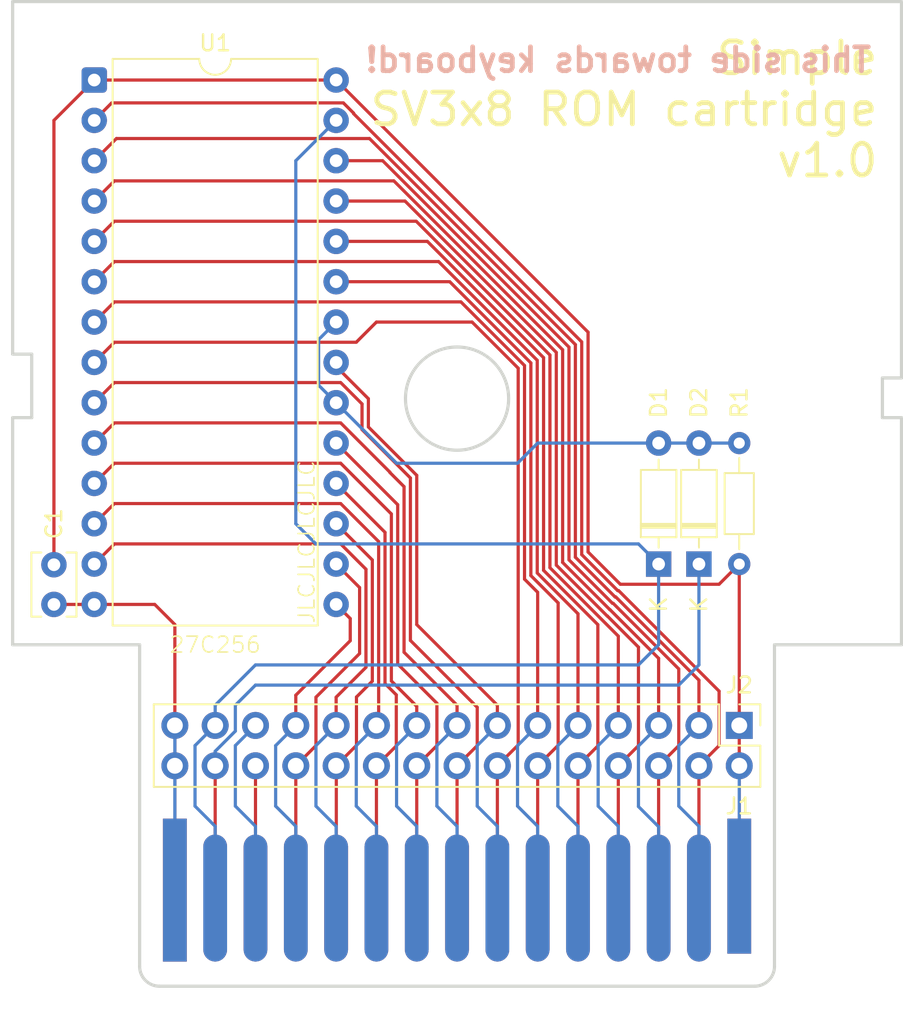
<source format=kicad_pcb>
(kicad_pcb (version 20241229) (generator "pcbnew") (generator_version "9.0")
  (title_block (title "Simple SV3x8 Cartridge") (rev "1"))
  (layers (0 "F.Cu" signal) (2 "B.Cu" signal) (13 "F.Paste" user) (15 "B.Paste" user) (5 "F.SilkS" user "F.Silkscreen") (7 "B.SilkS" user "B.Silkscreen") (1 "F.Mask" user) (3 "B.Mask" user) (25 "Edge.Cuts" user))
  (net 0 "")
  (net 1 "GND")
  (net 2 "+5V")
  (net 3 "CS1")
  (net 4 "CS")
  (net 5 "CS2")
  (net 6 "/D7")
  (net 7 "/D0")
  (net 8 "/D1")
  (net 9 "/D2")
  (net 10 "/A9")
  (net 11 "CS3")
  (net 12 "/A8")
  (net 13 "/D4")
  (net 14 "/A11")
  (net 15 "/D6")
  (net 16 "/A0")
  (net 17 "/A5")
  (net 18 "/A7")
  (net 19 "/A6")
  (net 20 "/A1")
  (net 21 "/A4")
  (net 22 "/A10")
  (net 23 "/D3")
  (net 24 "/A13")
  (net 25 "/A3")
  (net 26 "/A12")
  (net 27 "CS4")
  (net 28 "/D5")
  (net 29 "/A2")
  (footprint "Resistor_THT:R_Axial_DIN0204_L3.6mm_D1.6mm_P7.62mm_Horizontal" (layer "F.Cu") (at 152.4 109.22 90)
    (property "Reference" "R1" (at 10.16 0 90) (layer "F.SilkS"))
    (property "Value" "10k")
    (fp_line (start 5.73 -0.92) (end 1.89 -0.92) (stroke (width 0.12)) (layer "F.SilkS"))
    (fp_line (start 1.89 -0.92) (end 1.89 0.92) (stroke (width 0.12)) (layer "F.SilkS"))
    (fp_line (start 6.68 0) (end 5.73 0) (stroke (width 0.12)) (layer "F.SilkS"))
    (fp_line (start 0.94 0) (end 1.89 0) (stroke (width 0.12)) (layer "F.SilkS"))
    (fp_line (start 5.73 0.92) (end 5.73 -0.92) (stroke (width 0.12)) (layer "F.SilkS"))
    (fp_line (start 1.89 0.92) (end 5.73 0.92) (stroke (width 0.12)) (layer "F.SilkS"))
    (pad "1" thru_hole circle (at 0 0 90) (size 1.4 1.4) (drill 0.7) (layers "*.Cu" "*.Mask") (net 2 "+5V"))
    (pad "2" thru_hole oval (at 7.62 0 90) (size 1.4 1.4) (drill 0.7) (layers "*.Cu" "*.Mask") (net 4 "CS"))
  )
  (footprint "Diode_THT:D_DO-35_SOD27_P7.62mm_Horizontal" (layer "F.Cu") (at 149.86 109.22 90)
    (property "Reference" "D2" (at 10.16 0 90) (layer "F.SilkS"))
    (property "Value" "1N4148")
    (fp_line (start 5.93 -1.12) (end 1.69 -1.12) (stroke (width 0.12)) (layer "F.SilkS"))
    (fp_line (start 2.53 -1.12) (end 2.53 1.12) (stroke (width 0.12)) (layer "F.SilkS"))
    (fp_line (start 2.41 -1.12) (end 2.41 1.12) (stroke (width 0.12)) (layer "F.SilkS"))
    (fp_line (start 2.29 -1.12) (end 2.29 1.12) (stroke (width 0.12)) (layer "F.SilkS"))
    (fp_line (start 1.69 -1.12) (end 1.69 1.12) (stroke (width 0.12)) (layer "F.SilkS"))
    (fp_line (start 6.58 0) (end 5.93 0) (stroke (width 0.12)) (layer "F.SilkS"))
    (fp_line (start 1.04 0) (end 1.69 0) (stroke (width 0.12)) (layer "F.SilkS"))
    (fp_line (start 5.93 1.12) (end 5.93 -1.12) (stroke (width 0.12)) (layer "F.SilkS"))
    (fp_line (start 1.69 1.12) (end 5.93 1.12) (stroke (width 0.12)) (layer "F.SilkS"))
    (fp_text user "K" (at -2.54 0 90) (layer "F.SilkS"))
    (pad "1" thru_hole rect (at 0 0 90) (size 1.6 1.6) (drill 0.8) (layers "*.Cu" "*.Mask") (net 5 "CS2"))
    (pad "2" thru_hole oval (at 7.62 0 90) (size 1.6 1.6) (drill 0.8) (layers "*.Cu" "*.Mask") (net 4 "CS"))
  )
  (footprint "Diode_THT:D_DO-35_SOD27_P7.62mm_Horizontal" (layer "F.Cu") (at 147.32 109.22 90)
    (property "Reference" "D1" (at 10.16 0 90) (layer "F.SilkS"))
    (property "Value" "1N4148")
    (fp_line (start 5.93 -1.12) (end 1.69 -1.12) (stroke (width 0.12)) (layer "F.SilkS"))
    (fp_line (start 2.53 -1.12) (end 2.53 1.12) (stroke (width 0.12)) (layer "F.SilkS"))
    (fp_line (start 2.41 -1.12) (end 2.41 1.12) (stroke (width 0.12)) (layer "F.SilkS"))
    (fp_line (start 2.29 -1.12) (end 2.29 1.12) (stroke (width 0.12)) (layer "F.SilkS"))
    (fp_line (start 1.69 -1.12) (end 1.69 1.12) (stroke (width 0.12)) (layer "F.SilkS"))
    (fp_line (start 6.58 0) (end 5.93 0) (stroke (width 0.12)) (layer "F.SilkS"))
    (fp_line (start 1.04 0) (end 1.69 0) (stroke (width 0.12)) (layer "F.SilkS"))
    (fp_line (start 5.93 1.12) (end 5.93 -1.12) (stroke (width 0.12)) (layer "F.SilkS"))
    (fp_line (start 1.69 1.12) (end 5.93 1.12) (stroke (width 0.12)) (layer "F.SilkS"))
    (fp_text user "K" (at -2.54 0 90) (layer "F.SilkS"))
    (pad "1" thru_hole rect (at 0 0 90) (size 1.6 1.6) (drill 0.8) (layers "*.Cu" "*.Mask") (net 3 "CS1"))
    (pad "2" thru_hole oval (at 7.62 0 90) (size 1.6 1.6) (drill 0.8) (layers "*.Cu" "*.Mask") (net 4 "CS"))
  )
  (footprint "SV3x8-SimpleCart:svi328_cartridge" (layer "F.Cu") (at 134.62 125.25)
    (property "Reference" "J1" (at 17.78 -0.79 0) (layer "F.SilkS"))
    (property "Value" "Cartridge")
    (pad "1" connect rect (at 17.78 0) (size 1.5 8.5) (drill (offset 0 4.25)) (layers "B.Cu") (net 2 "+5V"))
    (pad "2" connect rect (at 17.78 0) (size 1.5 8.5) (drill (offset 0 4.25)) (layers "F.Cu") (net 2 "+5V"))
    (pad "3" connect roundrect (at 15.24 1.75) (size 1.5 8) (drill (offset 0 3.25)) (layers "B.Cu") (roundrect_rratio 0.5) (net 18 "/A7"))
    (pad "4" connect roundrect (at 15.24 1.75) (size 1.5 8) (drill (offset 0 3.25)) (layers "F.Cu") (roundrect_rratio 0.5) (net 26 "/A12"))
    (pad "5" connect roundrect (at 12.7 1.75) (size 1.5 8) (drill (offset 0 3.25)) (layers "B.Cu") (roundrect_rratio 0.5) (net 19 "/A6"))
    (pad "6" connect roundrect (at 12.7 1.75) (size 1.5 8) (drill (offset 0 3.25)) (layers "F.Cu") (roundrect_rratio 0.5) (net 24 "/A13"))
    (pad "7" connect roundrect (at 10.16 1.75) (size 1.5 8) (drill (offset 0 3.25)) (layers "B.Cu") (roundrect_rratio 0.5) (net 17 "/A5"))
    (pad "8" connect roundrect (at 10.16 1.75) (size 1.5 8) (drill (offset 0 3.25)) (layers "F.Cu") (roundrect_rratio 0.5) (net 12 "/A8"))
    (pad "9" connect roundrect (at 7.62 1.75) (size 1.5 8) (drill (offset 0 3.25)) (layers "B.Cu") (roundrect_rratio 0.5) (net 21 "/A4"))
    (pad "10" connect roundrect (at 7.62 1.75) (size 1.5 8) (drill (offset 0 3.25)) (layers "F.Cu") (roundrect_rratio 0.5) (net 10 "/A9"))
    (pad "11" connect roundrect (at 5.08 1.75) (size 1.5 8) (drill (offset 0 3.25)) (layers "B.Cu") (roundrect_rratio 0.5) (net 25 "/A3"))
    (pad "12" connect roundrect (at 5.08 1.75) (size 1.5 8) (drill (offset 0 3.25)) (layers "F.Cu") (roundrect_rratio 0.5) (net 14 "/A11"))
    (pad "13" connect roundrect (at 2.54 1.75) (size 1.5 8) (drill (offset 0 3.25)) (layers "B.Cu") (roundrect_rratio 0.5) (net 22 "/A10"))
    (pad "14" connect roundrect (at 2.54 1.75) (size 1.5 8) (drill (offset 0 3.25)) (layers "F.Cu") (roundrect_rratio 0.5) (net 29 "/A2"))
    (pad "15" connect roundrect (at 0 1.75) (size 1.5 8) (drill (offset 0 3.25)) (layers "B.Cu") (roundrect_rratio 0.5) (net 16 "/A0"))
    (pad "16" connect roundrect (at 0 1.75) (size 1.5 8) (drill (offset 0 3.25)) (layers "F.Cu") (roundrect_rratio 0.5) (net 20 "/A1"))
    (pad "17" connect roundrect (at -2.54 1.75) (size 1.5 8) (drill (offset 0 3.25)) (layers "B.Cu") (roundrect_rratio 0.5) (net 7 "/D0"))
    (pad "18" connect roundrect (at -2.54 1.75) (size 1.5 8) (drill (offset 0 3.25)) (layers "F.Cu") (roundrect_rratio 0.5) (net 6 "/D7"))
    (pad "19" connect roundrect (at -5.08 1.75) (size 1.5 8) (drill (offset 0 3.25)) (layers "B.Cu") (roundrect_rratio 0.5) (net 8 "/D1"))
    (pad "20" connect roundrect (at -5.08 1.75) (size 1.5 8) (drill (offset 0 3.25)) (layers "F.Cu") (roundrect_rratio 0.5) (net 15 "/D6"))
    (pad "21" connect roundrect (at -7.62 1.75) (size 1.5 8) (drill (offset 0 3.25)) (layers "B.Cu") (roundrect_rratio 0.5) (net 9 "/D2"))
    (pad "22" connect roundrect (at -7.62 1.75) (size 1.5 8) (drill (offset 0 3.25)) (layers "F.Cu") (roundrect_rratio 0.5) (net 28 "/D5"))
    (pad "23" connect roundrect (at -10.16 1.75) (size 1.5 8) (drill (offset 0 3.25)) (layers "B.Cu") (roundrect_rratio 0.5) (net 23 "/D3"))
    (pad "24" connect roundrect (at -10.16 1.75) (size 1.5 8) (drill (offset 0 3.25)) (layers "F.Cu") (roundrect_rratio 0.5) (net 13 "/D4"))
    (pad "25" connect roundrect (at -12.7 1.75) (size 1.5 8) (drill (offset 0 3.25)) (layers "B.Cu") (roundrect_rratio 0.5) (net 11 "CS3"))
    (pad "26" connect roundrect (at -12.7 1.75) (size 1.5 8) (drill (offset 0 3.25)) (layers "F.Cu") (roundrect_rratio 0.5) (net 27 "CS4"))
    (pad "27" connect roundrect (at -15.24 1.75) (size 1.5 8) (drill (offset 0 3.25)) (layers "B.Cu") (roundrect_rratio 0.5) (net 3 "CS1"))
    (pad "28" connect roundrect (at -15.24 1.75) (size 1.5 8) (drill (offset 0 3.25)) (layers "F.Cu") (roundrect_rratio 0.5) (net 5 "CS2"))
    (pad "29" connect rect (at -17.78 0) (size 1.5 9) (drill (offset 0 4.5)) (layers "B.Cu") (net 1 "GND"))
    (pad "30" connect rect (at -17.78 0) (size 1.5 9) (drill (offset 0 4.5)) (layers "F.Cu") (net 1 "GND"))
  )
  (footprint "Package_DIP:DIP-28_W15.24mm" (layer "F.Cu") (at 111.76 78.74)
    (property "Reference" "U1" (at 7.62 -2.33 0) (layer "F.SilkS"))
    (property "Value" "27C256")
    (fp_line (start 1.16 -1.33) (end 1.16 34.35) (stroke (width 0.12)) (layer "F.SilkS"))
    (fp_line (start 1.16 34.35) (end 14.08 34.35) (stroke (width 0.12)) (layer "F.SilkS"))
    (fp_line (start 6.62 -1.33) (end 1.16 -1.33) (stroke (width 0.12)) (layer "F.SilkS"))
    (fp_line (start 14.08 -1.33) (end 8.62 -1.33) (stroke (width 0.12)) (layer "F.SilkS"))
    (fp_line (start 14.08 34.35) (end 14.08 -1.33) (stroke (width 0.12)) (layer "F.SilkS"))
    (fp_arc (start 8.62 -1.33) (mid 7.62 -0.33) (end 6.62 -1.33) (stroke (width 0.12)) (layer "F.SilkS"))
    (pad "1" thru_hole roundrect (at 0 0) (size 1.6 1.6) (drill 0.8) (layers "*.Cu" "*.Mask") (roundrect_rratio 0.15625) (net 2 "+5V"))
    (pad "2" thru_hole circle (at 0 2.54) (size 1.6 1.6) (drill 0.8) (layers "*.Cu" "*.Mask") (net 26 "/A12"))
    (pad "3" thru_hole circle (at 0 5.08) (size 1.6 1.6) (drill 0.8) (layers "*.Cu" "*.Mask") (net 18 "/A7"))
    (pad "4" thru_hole circle (at 0 7.62) (size 1.6 1.6) (drill 0.8) (layers "*.Cu" "*.Mask") (net 19 "/A6"))
    (pad "5" thru_hole circle (at 0 10.16) (size 1.6 1.6) (drill 0.8) (layers "*.Cu" "*.Mask") (net 17 "/A5"))
    (pad "6" thru_hole circle (at 0 12.7) (size 1.6 1.6) (drill 0.8) (layers "*.Cu" "*.Mask") (net 21 "/A4"))
    (pad "7" thru_hole circle (at 0 15.24) (size 1.6 1.6) (drill 0.8) (layers "*.Cu" "*.Mask") (net 25 "/A3"))
    (pad "8" thru_hole circle (at 0 17.78) (size 1.6 1.6) (drill 0.8) (layers "*.Cu" "*.Mask") (net 29 "/A2"))
    (pad "9" thru_hole circle (at 0 20.32) (size 1.6 1.6) (drill 0.8) (layers "*.Cu" "*.Mask") (net 20 "/A1"))
    (pad "10" thru_hole circle (at 0 22.86) (size 1.6 1.6) (drill 0.8) (layers "*.Cu" "*.Mask") (net 16 "/A0"))
    (pad "11" thru_hole circle (at 0 25.4) (size 1.6 1.6) (drill 0.8) (layers "*.Cu" "*.Mask") (net 7 "/D0"))
    (pad "12" thru_hole circle (at 0 27.94) (size 1.6 1.6) (drill 0.8) (layers "*.Cu" "*.Mask") (net 8 "/D1"))
    (pad "13" thru_hole circle (at 0 30.48) (size 1.6 1.6) (drill 0.8) (layers "*.Cu" "*.Mask") (net 9 "/D2"))
    (pad "14" thru_hole circle (at 0 33.02) (size 1.6 1.6) (drill 0.8) (layers "*.Cu" "*.Mask") (net 1 "GND"))
    (pad "15" thru_hole circle (at 15.24 33.02) (size 1.6 1.6) (drill 0.8) (layers "*.Cu" "*.Mask") (net 23 "/D3"))
    (pad "16" thru_hole circle (at 15.24 30.48) (size 1.6 1.6) (drill 0.8) (layers "*.Cu" "*.Mask") (net 13 "/D4"))
    (pad "17" thru_hole circle (at 15.24 27.94) (size 1.6 1.6) (drill 0.8) (layers "*.Cu" "*.Mask") (net 28 "/D5"))
    (pad "18" thru_hole circle (at 15.24 25.4) (size 1.6 1.6) (drill 0.8) (layers "*.Cu" "*.Mask") (net 15 "/D6"))
    (pad "19" thru_hole circle (at 15.24 22.86) (size 1.6 1.6) (drill 0.8) (layers "*.Cu" "*.Mask") (net 6 "/D7"))
    (pad "20" thru_hole circle (at 15.24 20.32) (size 1.6 1.6) (drill 0.8) (layers "*.Cu" "*.Mask") (net 4 "CS"))
    (pad "21" thru_hole circle (at 15.24 17.78) (size 1.6 1.6) (drill 0.8) (layers "*.Cu" "*.Mask") (net 22 "/A10"))
    (pad "22" thru_hole circle (at 15.24 15.24) (size 1.6 1.6) (drill 0.8) (layers "*.Cu" "*.Mask") (net 4 "CS"))
    (pad "23" thru_hole circle (at 15.24 12.7) (size 1.6 1.6) (drill 0.8) (layers "*.Cu" "*.Mask") (net 14 "/A11"))
    (pad "24" thru_hole circle (at 15.24 10.16) (size 1.6 1.6) (drill 0.8) (layers "*.Cu" "*.Mask") (net 10 "/A9"))
    (pad "25" thru_hole circle (at 15.24 7.62) (size 1.6 1.6) (drill 0.8) (layers "*.Cu" "*.Mask") (net 12 "/A8"))
    (pad "26" thru_hole circle (at 15.24 5.08) (size 1.6 1.6) (drill 0.8) (layers "*.Cu" "*.Mask") (net 24 "/A13"))
    (pad "27" thru_hole circle (at 15.24 2.54) (size 1.6 1.6) (drill 0.8) (layers "*.Cu" "*.Mask") (net 3 "CS1"))
    (pad "28" thru_hole circle (at 15.24 0) (size 1.6 1.6) (drill 0.8) (layers "*.Cu" "*.Mask") (net 2 "+5V"))
  )
  (footprint "Capacitor_THT:C_Disc_D3.8mm_W2.6mm_P2.50mm" (layer "F.Cu") (at 109.22 109.26 -90)
    (property "Reference" "C1" (at -2.58 0 270) (layer "F.SilkS"))
    (property "Value" "100nF")
    (fp_line (start -0.77 1.42) (end 3.27 1.42) (stroke (width 0.12)) (layer "F.SilkS"))
    (fp_line (start -0.77 0.795) (end -0.77 1.42) (stroke (width 0.12)) (layer "F.SilkS"))
    (fp_line (start 3.27 0.795) (end 3.27 1.42) (stroke (width 0.12)) (layer "F.SilkS"))
    (fp_line (start -0.77 -1.42) (end -0.77 -0.795) (stroke (width 0.12)) (layer "F.SilkS"))
    (fp_line (start -0.77 -1.42) (end 3.27 -1.42) (stroke (width 0.12)) (layer "F.SilkS"))
    (fp_line (start 3.27 -1.42) (end 3.27 -0.795) (stroke (width 0.12)) (layer "F.SilkS"))
    (pad "1" thru_hole circle (at 0 0 270) (size 1.6 1.6) (drill 0.8) (layers "*.Cu" "*.Mask") (net 2 "+5V"))
    (pad "2" thru_hole circle (at 2.5 0 270) (size 1.6 1.6) (drill 0.8) (layers "*.Cu" "*.Mask") (net 1 "GND"))
  )
  (footprint "Connector_PinHeader_2.54mm:PinHeader_2x15_P2.54mm_Vertical" (layer "F.Cu") (at 152.4 119.38 -90)
    (property "Reference" "J2" (at -2.54 0 180) (layer "F.SilkS"))
    (property "Value" "Test")
    (fp_line (start -1.33 36.89) (end 3.87 36.89) (stroke (width 0.12)) (layer "F.SilkS"))
    (fp_line (start -1.33 1.27) (end -1.33 36.89) (stroke (width 0.12)) (layer "F.SilkS"))
    (fp_line (start -1.33 1.27) (end 1.27 1.27) (stroke (width 0.12)) (layer "F.SilkS"))
    (fp_line (start 1.27 1.27) (end 1.27 -1.33) (stroke (width 0.12)) (layer "F.SilkS"))
    (fp_line (start -1.33 0) (end -1.33 -1.33) (stroke (width 0.12)) (layer "F.SilkS"))
    (fp_line (start -1.33 -1.33) (end 0 -1.33) (stroke (width 0.12)) (layer "F.SilkS"))
    (fp_line (start 1.27 -1.33) (end 3.87 -1.33) (stroke (width 0.12)) (layer "F.SilkS"))
    (fp_line (start 3.87 -1.33) (end 3.87 36.89) (stroke (width 0.12)) (layer "F.SilkS"))
    (pad "1" thru_hole rect (at 0 0 270) (size 1.7 1.7) (drill 1) (layers "*.Cu" "*.Mask") (net 2 "+5V"))
    (pad "2" thru_hole oval (at 2.54 0 270) (size 1.7 1.7) (drill 1) (layers "*.Cu" "*.Mask") (net 2 "+5V"))
    (pad "3" thru_hole oval (at 0 2.54 270) (size 1.7 1.7) (drill 1) (layers "*.Cu" "*.Mask") (net 18 "/A7"))
    (pad "4" thru_hole oval (at 2.54 2.54 270) (size 1.7 1.7) (drill 1) (layers "*.Cu" "*.Mask") (net 26 "/A12"))
    (pad "5" thru_hole oval (at 0 5.08 270) (size 1.7 1.7) (drill 1) (layers "*.Cu" "*.Mask") (net 19 "/A6"))
    (pad "6" thru_hole oval (at 2.54 5.08 270) (size 1.7 1.7) (drill 1) (layers "*.Cu" "*.Mask") (net 24 "/A13"))
    (pad "7" thru_hole oval (at 0 7.62 270) (size 1.7 1.7) (drill 1) (layers "*.Cu" "*.Mask") (net 17 "/A5"))
    (pad "8" thru_hole oval (at 2.54 7.62 270) (size 1.7 1.7) (drill 1) (layers "*.Cu" "*.Mask") (net 12 "/A8"))
    (pad "9" thru_hole oval (at 0 10.16 270) (size 1.7 1.7) (drill 1) (layers "*.Cu" "*.Mask") (net 21 "/A4"))
    (pad "10" thru_hole oval (at 2.54 10.16 270) (size 1.7 1.7) (drill 1) (layers "*.Cu" "*.Mask") (net 10 "/A9"))
    (pad "11" thru_hole oval (at 0 12.7 270) (size 1.7 1.7) (drill 1) (layers "*.Cu" "*.Mask") (net 25 "/A3"))
    (pad "12" thru_hole oval (at 2.54 12.7 270) (size 1.7 1.7) (drill 1) (layers "*.Cu" "*.Mask") (net 14 "/A11"))
    (pad "13" thru_hole oval (at 0 15.24 270) (size 1.7 1.7) (drill 1) (layers "*.Cu" "*.Mask") (net 22 "/A10"))
    (pad "14" thru_hole oval (at 2.54 15.24 270) (size 1.7 1.7) (drill 1) (layers "*.Cu" "*.Mask") (net 29 "/A2"))
    (pad "15" thru_hole oval (at 0 17.78 270) (size 1.7 1.7) (drill 1) (layers "*.Cu" "*.Mask") (net 16 "/A0"))
    (pad "16" thru_hole oval (at 2.54 17.78 270) (size 1.7 1.7) (drill 1) (layers "*.Cu" "*.Mask") (net 20 "/A1"))
    (pad "17" thru_hole oval (at 0 20.32 270) (size 1.7 1.7) (drill 1) (layers "*.Cu" "*.Mask") (net 7 "/D0"))
    (pad "18" thru_hole oval (at 2.54 20.32 270) (size 1.7 1.7) (drill 1) (layers "*.Cu" "*.Mask") (net 6 "/D7"))
    (pad "19" thru_hole oval (at 0 22.86 270) (size 1.7 1.7) (drill 1) (layers "*.Cu" "*.Mask") (net 8 "/D1"))
    (pad "20" thru_hole oval (at 2.54 22.86 270) (size 1.7 1.7) (drill 1) (layers "*.Cu" "*.Mask") (net 15 "/D6"))
    (pad "21" thru_hole oval (at 0 25.4 270) (size 1.7 1.7) (drill 1) (layers "*.Cu" "*.Mask") (net 9 "/D2"))
    (pad "22" thru_hole oval (at 2.54 25.4 270) (size 1.7 1.7) (drill 1) (layers "*.Cu" "*.Mask") (net 28 "/D5"))
    (pad "23" thru_hole oval (at 0 27.94 270) (size 1.7 1.7) (drill 1) (layers "*.Cu" "*.Mask") (net 23 "/D3"))
    (pad "24" thru_hole oval (at 2.54 27.94 270) (size 1.7 1.7) (drill 1) (layers "*.Cu" "*.Mask") (net 13 "/D4"))
    (pad "25" thru_hole oval (at 0 30.48 270) (size 1.7 1.7) (drill 1) (layers "*.Cu" "*.Mask") (net 11 "CS3"))
    (pad "26" thru_hole oval (at 2.54 30.48 270) (size 1.7 1.7) (drill 1) (layers "*.Cu" "*.Mask") (net 27 "CS4"))
    (pad "27" thru_hole oval (at 0 33.02 270) (size 1.7 1.7) (drill 1) (layers "*.Cu" "*.Mask") (net 3 "CS1"))
    (pad "28" thru_hole oval (at 2.54 33.02 270) (size 1.7 1.7) (drill 1) (layers "*.Cu" "*.Mask") (net 5 "CS2"))
    (pad "29" thru_hole oval (at 0 35.56 270) (size 1.7 1.7) (drill 1) (layers "*.Cu" "*.Mask") (net 1 "GND"))
    (pad "30" thru_hole oval (at 2.54 35.56 270) (size 1.7 1.7) (drill 1) (layers "*.Cu" "*.Mask") (net 1 "GND"))
  )
  (gr_line (start 106.62 100) (end 106.62 114.3) (stroke (width 0.2)) (layer "Edge.Cuts"))
  (gr_line (start 162.62 73.8) (end 106.62 73.8) (stroke (width 0.2)) (layer "Edge.Cuts"))
  (gr_line (start 114.62 114.3) (end 114.62 134.549999) (stroke (width 0.2)) (layer "Edge.Cuts"))
  (gr_line (start 161.42 100) (end 162.62 100) (stroke (width 0.2)) (layer "Edge.Cuts"))
  (gr_line (start 106.62 114.3) (end 114.62 114.3) (stroke (width 0.2)) (layer "Edge.Cuts"))
  (gr_line (start 115.870002 135.8) (end 153.369999 135.8) (stroke (width 0.2)) (layer "Edge.Cuts"))
  (gr_line (start 162.62 100) (end 162.62 114.3) (stroke (width 0.2)) (layer "Edge.Cuts"))
  (gr_line (start 161.42 97.5) (end 161.42 100) (stroke (width 0.2)) (layer "Edge.Cuts"))
  (gr_line (start 154.62 114.3) (end 162.62 114.3) (stroke (width 0.2)) (layer "Edge.Cuts"))
  (gr_line (start 106.62 96) (end 107.82 96) (stroke (width 0.2)) (layer "Edge.Cuts"))
  (gr_line (start 154.62 134.549998) (end 154.62 114.3) (stroke (width 0.2)) (layer "Edge.Cuts"))
  (gr_line (start 162.62 73.8) (end 162.62 97.5) (stroke (width 0.2)) (layer "Edge.Cuts"))
  (gr_circle (center 134.62 98.8) (end 137.87 98.8) (stroke (width 0.2)) (fill no) (layer "Edge.Cuts"))
  (gr_line (start 106.62 73.8) (end 106.62 96) (stroke (width 0.2)) (layer "Edge.Cuts"))
  (gr_arc (start 154.62 134.549998) (mid 154.253883 135.433883) (end 153.369999 135.8) (stroke (width 0.2)) (layer "Edge.Cuts"))
  (gr_line (start 107.82 96) (end 107.82 100) (stroke (width 0.2)) (layer "Edge.Cuts"))
  (gr_line (start 162.62 97.5) (end 161.42 97.5) (stroke (width 0.2)) (layer "Edge.Cuts"))
  (gr_arc (start 115.870002 135.8) (mid 114.986117 135.433883) (end 114.62 134.549999) (stroke (width 0.2)) (layer "Edge.Cuts"))
  (gr_line (start 107.82 100) (end 106.62 100) (stroke (width 0.2)) (layer "Edge.Cuts"))
  (gr_text "27C256" (at 119.38 114.3 0) (layer "F.SilkS") (effects (font (size 1 1) (thickness 0.1))))
  (gr_text "Simple\nSV3x8 ROM cartridge\nv1.0" (at 161.29 76.2 0) (layer "F.SilkS") (effects (font (size 2 2) (thickness 0.3)) (justify right top)))
  (gr_text "JLCJLCJLCJLC" (at 125.73 113.03 90) (layer "F.SilkS") (effects (font (size 1 1) (thickness 0.1)) (justify left bottom)))
  (gr_text "This side towards keyboard!" (at 144.78 77.47 0) (layer "B.SilkS") (effects (font (size 1.5 1.5) (thickness 0.3) (bold yes)) (justify mirror)))
  (segment (start 115.57 111.76) (end 116.84 113.03) (width 0.2) (layer "F.Cu") (net 1))
  (segment (start 116.84 113.03) (end 116.84 119.38) (width 0.2) (layer "F.Cu") (net 1))
  (segment (start 116.84 125.25) (end 116.84 119.38) (width 0.2) (layer "F.Cu") (net 1))
  (segment (start 109.22 111.76) (end 111.76 111.76) (width 0.2) (layer "F.Cu") (net 1))
  (segment (start 111.76 111.76) (end 115.57 111.76) (width 0.2) (layer "F.Cu") (net 1))
  (segment (start 116.84 125.25) (end 116.84 119.38) (width 0.2) (layer "B.Cu") (net 1))
  (segment (start 109.22 81.28) (end 111.76 78.74) (width 0.2) (layer "F.Cu") (net 2))
  (segment (start 142.875 108.458) (end 144.907 110.49) (width 0.2) (layer "F.Cu") (net 2))
  (segment (start 111.76 78.74) (end 127 78.74) (width 0.2) (layer "F.Cu") (net 2))
  (segment (start 152.4 119.38) (end 152.4 109.22) (width 0.2) (layer "F.Cu") (net 2))
  (segment (start 109.22 109.26) (end 109.22 81.28) (width 0.2) (layer "F.Cu") (net 2))
  (segment (start 152.4 125.25) (end 152.4 119.38) (width 0.2) (layer "F.Cu") (net 2))
  (segment (start 142.875 94.615) (end 142.875 108.458) (width 0.2) (layer "F.Cu") (net 2))
  (segment (start 127 78.74) (end 142.875 94.615) (width 0.2) (layer "F.Cu") (net 2))
  (segment (start 144.907 110.49) (end 151.13 110.49) (width 0.2) (layer "F.Cu") (net 2))
  (segment (start 151.13 110.49) (end 152.4 109.22) (width 0.2) (layer "F.Cu") (net 2))
  (segment (start 152.4 121.92) (end 152.4 125.25) (width 0.2) (layer "B.Cu") (net 2))
  (segment (start 146.05 115.57) (end 147.32 114.3) (width 0.2) (layer "B.Cu") (net 3))
  (segment (start 124.46 83.82) (end 124.46 106.68) (width 0.2) (layer "B.Cu") (net 3))
  (segment (start 119.38 125.73) (end 118.11 124.46) (width 0.2) (layer "B.Cu") (net 3))
  (segment (start 147.32 109.22) (end 146.05 107.95) (width 0.2) (layer "B.Cu") (net 3))
  (segment (start 121.92 115.57) (end 146.05 115.57) (width 0.2) (layer "B.Cu") (net 3))
  (segment (start 146.05 107.95) (end 125.73 107.95) (width 0.2) (layer "B.Cu") (net 3))
  (segment (start 119.38 127) (end 119.38 125.73) (width 0.2) (layer "B.Cu") (net 3))
  (segment (start 119.38 118.11) (end 121.92 115.57) (width 0.2) (layer "B.Cu") (net 3))
  (segment (start 125.73 107.95) (end 124.46 106.68) (width 0.2) (layer "B.Cu") (net 3))
  (segment (start 127 81.28) (end 124.46 83.82) (width 0.2) (layer "B.Cu") (net 3))
  (segment (start 118.11 124.46) (end 118.11 120.65) (width 0.2) (layer "B.Cu") (net 3))
  (segment (start 147.32 114.3) (end 147.32 109.22) (width 0.2) (layer "B.Cu") (net 3))
  (segment (start 119.38 119.38) (end 119.38 118.11) (width 0.2) (layer "B.Cu") (net 3))
  (segment (start 118.11 120.65) (end 119.38 119.38) (width 0.2) (layer "B.Cu") (net 3))
  (segment (start 127 99.06) (end 125.899 97.959) (width 0.2) (layer "B.Cu") (net 4))
  (segment (start 130.81 102.87) (end 138.43 102.87) (width 0.2) (layer "B.Cu") (net 4))
  (segment (start 127 99.06) (end 130.81 102.87) (width 0.2) (layer "B.Cu") (net 4))
  (segment (start 138.43 102.87) (end 139.7 101.6) (width 0.2) (layer "B.Cu") (net 4))
  (segment (start 125.899 95.081) (end 127 93.98) (width 0.2) (layer "B.Cu") (net 4))
  (segment (start 125.899 97.959) (end 125.899 95.081) (width 0.2) (layer "B.Cu") (net 4))
  (segment (start 152.4 101.6) (end 147.32 101.6) (width 0.2) (layer "B.Cu") (net 4))
  (segment (start 139.7 101.6) (end 147.32 101.6) (width 0.2) (layer "B.Cu") (net 4))
  (segment (start 119.38 127) (end 119.38 121.92) (width 0.2) (layer "F.Cu") (net 5))
  (segment (start 120.65 119.73776) (end 120.65 118.11) (width 0.2) (layer "B.Cu") (net 5))
  (segment (start 120.65 118.11) (end 121.92 116.84) (width 0.2) (layer "B.Cu") (net 5))
  (segment (start 119.38 121.00776) (end 120.65 119.73776) (width 0.2) (layer "B.Cu") (net 5))
  (segment (start 149.86 115.57) (end 149.86 109.22) (width 0.2) (layer "B.Cu") (net 5))
  (segment (start 148.59 116.84) (end 149.86 115.57) (width 0.2) (layer "B.Cu") (net 5))
  (segment (start 121.92 116.84) (end 148.59 116.84) (width 0.2) (layer "B.Cu") (net 5))
  (segment (start 119.38 121.92) (end 119.38 121.00776) (width 0.2) (layer "B.Cu") (net 5))
  (segment (start 130.88 115.513) (end 130.88 105.48) (width 0.2) (layer "F.Cu") (net 6))
  (segment (start 133.35 117.983) (end 130.88 115.513) (width 0.2) (layer "F.Cu") (net 6))
  (segment (start 132.08 121.92) (end 133.35 120.65) (width 0.2) (layer "F.Cu") (net 6))
  (segment (start 132.08 127) (end 132.08 121.92) (width 0.2) (layer "F.Cu") (net 6))
  (segment (start 133.35 120.65) (end 133.35 117.983) (width 0.2) (layer "F.Cu") (net 6))
  (segment (start 130.88 105.48) (end 127 101.6) (width 0.2) (layer "F.Cu") (net 6))
  (segment (start 132.08 118.177919) (end 130.48 116.577919) (width 0.2) (layer "F.Cu") (net 7))
  (segment (start 127.28705 102.87) (end 113.03 102.87) (width 0.2) (layer "F.Cu") (net 7))
  (segment (start 130.48 106.06295) (end 127.28705 102.87) (width 0.2) (layer "F.Cu") (net 7))
  (segment (start 113.03 102.87) (end 111.76 104.14) (width 0.2) (layer "F.Cu") (net 7))
  (segment (start 130.48 116.577919) (end 130.48 106.06295) (width 0.2) (layer "F.Cu") (net 7))
  (segment (start 132.08 119.38) (end 132.08 118.177919) (width 0.2) (layer "F.Cu") (net 7))
  (segment (start 132.08 125.73) (end 130.81 124.46) (width 0.2) (layer "B.Cu") (net 7))
  (segment (start 130.81 120.65) (end 132.08 119.38) (width 0.2) (layer "B.Cu") (net 7))
  (segment (start 132.08 127) (end 132.08 125.73) (width 0.2) (layer "B.Cu") (net 7))
  (segment (start 130.81 124.46) (end 130.81 120.65) (width 0.2) (layer "B.Cu") (net 7))
  (segment (start 113.03 105.41) (end 111.76 106.68) (width 0.2) (layer "F.Cu") (net 8))
  (segment (start 129.68 119.24) (end 129.68 107.80295) (width 0.2) (layer "F.Cu") (net 8))
  (segment (start 129.68 107.80295) (end 127.28705 105.41) (width 0.2) (layer "F.Cu") (net 8))
  (segment (start 127.28705 105.41) (end 113.03 105.41) (width 0.2) (layer "F.Cu") (net 8))
  (segment (start 128.27 124.46) (end 128.27 120.65) (width 0.2) (layer "B.Cu") (net 8))
  (segment (start 129.54 127) (end 129.54 125.73) (width 0.2) (layer "B.Cu") (net 8))
  (segment (start 129.54 125.73) (end 128.27 124.46) (width 0.2) (layer "B.Cu") (net 8))
  (segment (start 128.27 120.65) (end 129.54 119.38) (width 0.2) (layer "B.Cu") (net 8))
  (segment (start 127.28705 107.95) (end 113.03 107.95) (width 0.2) (layer "F.Cu") (net 9))
  (segment (start 127 119.38) (end 127 117.602) (width 0.2) (layer "F.Cu") (net 9))
  (segment (start 128.88 109.54295) (end 127.28705 107.95) (width 0.2) (layer "F.Cu") (net 9))
  (segment (start 128.88 115.722) (end 128.88 109.54295) (width 0.2) (layer "F.Cu") (net 9))
  (segment (start 113.03 107.95) (end 111.76 109.22) (width 0.2) (layer "F.Cu") (net 9))
  (segment (start 127 117.602) (end 128.88 115.722) (width 0.2) (layer "F.Cu") (net 9))
  (segment (start 127 127) (end 127 125.73) (width 0.2) (layer "B.Cu") (net 9))
  (segment (start 125.73 124.46) (end 125.73 120.65) (width 0.2) (layer "B.Cu") (net 9))
  (segment (start 127 125.73) (end 125.73 124.46) (width 0.2) (layer "B.Cu") (net 9))
  (segment (start 125.73 120.65) (end 127 119.38) (width 0.2) (layer "B.Cu") (net 9))
  (segment (start 132.749884 88.9) (end 127 88.9) (width 0.2) (layer "F.Cu") (net 10))
  (segment (start 142.24 121.92) (end 143.491 120.669) (width 0.2) (layer "F.Cu") (net 10))
  (segment (start 143.491 113.033801) (end 140.071 109.613801) (width 0.2) (layer "F.Cu") (net 10))
  (segment (start 142.24 127) (end 142.24 121.92) (width 0.2) (layer "F.Cu") (net 10))
  (segment (start 140.071 96.221116) (end 132.749884 88.9) (width 0.2) (layer "F.Cu") (net 10))
  (segment (start 140.071 109.613801) (end 140.071 96.221116) (width 0.2) (layer "F.Cu") (net 10))
  (segment (start 143.491 120.669) (end 143.491 113.033801) (width 0.2) (layer "F.Cu") (net 10))
  (segment (start 120.65 124.46) (end 120.65 120.65) (width 0.2) (layer "B.Cu") (net 11))
  (segment (start 121.92 127) (end 121.92 125.73) (width 0.2) (layer "B.Cu") (net 11))
  (segment (start 121.92 125.73) (end 120.65 124.46) (width 0.2) (layer "B.Cu") (net 11))
  (segment (start 120.65 120.65) (end 121.92 119.38) (width 0.2) (layer "B.Cu") (net 11))
  (segment (start 144.78 127) (end 144.78 121.92) (width 0.2) (layer "F.Cu") (net 12))
  (segment (start 146.05 120.65) (end 146.05 114.450256) (width 0.2) (layer "F.Cu") (net 12))
  (segment (start 140.872 95.890744) (end 131.341256 86.36) (width 0.2) (layer "F.Cu") (net 12))
  (segment (start 131.341256 86.36) (end 127 86.36) (width 0.2) (layer "F.Cu") (net 12))
  (segment (start 144.78 121.92) (end 146.05 120.65) (width 0.2) (layer "F.Cu") (net 12))
  (segment (start 140.871999 109.283429) (end 140.872 95.890744) (width 0.2) (layer "F.Cu") (net 12))
  (segment (start 144.07857 112.49) (end 140.871999 109.283429) (width 0.2) (layer "F.Cu") (net 12))
  (segment (start 146.05 114.450256) (end 144.089744 112.49) (width 0.2) (layer "F.Cu") (net 12))
  (segment (start 144.089744 112.49) (end 144.07857 112.49) (width 0.2) (layer "F.Cu") (net 12))
  (segment (start 125.73 117.602) (end 128.48 114.852) (width 0.2) (layer "F.Cu") (net 13))
  (segment (start 128.48 110.7) (end 127 109.22) (width 0.2) (layer "F.Cu") (net 13))
  (segment (start 124.46 127) (end 124.46 121.92) (width 0.2) (layer "F.Cu") (net 13))
  (segment (start 128.48 114.852) (end 128.48 110.7) (width 0.2) (layer "F.Cu") (net 13))
  (segment (start 124.46 121.92) (end 125.73 120.65) (width 0.2) (layer "F.Cu") (net 13))
  (segment (start 125.73 120.65) (end 125.73 117.602) (width 0.2) (layer "F.Cu") (net 13))
  (segment (start 139.7 121.92) (end 140.989 120.631) (width 0.2) (layer "F.Cu") (net 14))
  (segment (start 140.989 111.663167) (end 139.271 109.945167) (width 0.2) (layer "F.Cu") (net 14))
  (segment (start 139.7 127) (end 139.7 121.92) (width 0.2) (layer "F.Cu") (net 14))
  (segment (start 139.271 96.552488) (end 134.158512 91.44) (width 0.2) (layer "F.Cu") (net 14))
  (segment (start 139.271 109.945167) (end 139.271 96.552488) (width 0.2) (layer "F.Cu") (net 14))
  (segment (start 140.989 120.631) (end 140.989 111.663167) (width 0.2) (layer "F.Cu") (net 14))
  (segment (start 134.158512 91.44) (end 127 91.44) (width 0.2) (layer "F.Cu") (net 14))
  (segment (start 130.08 107.22) (end 127 104.14) (width 0.2) (layer "F.Cu") (net 15))
  (segment (start 129.54 127) (end 129.54 121.92) (width 0.2) (layer "F.Cu") (net 15))
  (segment (start 130.791 120.669) (end 130.791 117.454605) (width 0.2) (layer "F.Cu") (net 15))
  (segment (start 130.08 116.743604) (end 130.08 107.22) (width 0.2) (layer "F.Cu") (net 15))
  (segment (start 129.54 121.92) (end 130.791 120.669) (width 0.2) (layer "F.Cu") (net 15))
  (segment (start 130.791 117.454605) (end 130.08 116.743604) (width 0.2) (layer "F.Cu") (net 15))
  (segment (start 134.62 118.11) (end 131.28 114.77) (width 0.2) (layer "F.Cu") (net 16))
  (segment (start 131.28 104.34437) (end 130.391 103.45537) (width 0.2) (layer "F.Cu") (net 16))
  (segment (start 130.391 103.45537) (end 130.391 103.43395) (width 0.2) (layer "F.Cu") (net 16))
  (segment (start 134.62 119.38) (end 134.62 118.11) (width 0.2) (layer "F.Cu") (net 16))
  (segment (start 127.28705 100.33) (end 113.03 100.33) (width 0.2) (layer "F.Cu") (net 16))
  (segment (start 131.28 114.77) (end 131.28 104.34437) (width 0.2) (layer "F.Cu") (net 16))
  (segment (start 130.391 103.43395) (end 127.28705 100.33) (width 0.2) (layer "F.Cu") (net 16))
  (segment (start 113.03 100.33) (end 111.76 101.6) (width 0.2) (layer "F.Cu") (net 16))
  (segment (start 133.35 120.65) (end 134.62 119.38) (width 0.2) (layer "B.Cu") (net 16))
  (segment (start 133.35 124.46) (end 133.35 120.65) (width 0.2) (layer "B.Cu") (net 16))
  (segment (start 134.62 127) (end 134.62 125.73) (width 0.2) (layer "B.Cu") (net 16))
  (segment (start 134.62 125.73) (end 133.35 124.46) (width 0.2) (layer "B.Cu") (net 16))
  (segment (start 113.03 87.63) (end 111.76 88.9) (width 0.2) (layer "F.Cu") (net 17))
  (segment (start 144.78 119.38) (end 144.78 113.757115) (width 0.2) (layer "F.Cu") (net 17))
  (segment (start 140.472 96.05643) (end 132.04557 87.63) (width 0.2) (layer "F.Cu") (net 17))
  (segment (start 144.78 113.757115) (end 140.471999 109.449114) (width 0.2) (layer "F.Cu") (net 17))
  (segment (start 132.04557 87.63) (end 113.03 87.63) (width 0.2) (layer "F.Cu") (net 17))
  (segment (start 140.471999 109.449114) (end 140.472 96.05643) (width 0.2) (layer "F.Cu") (net 17))
  (segment (start 144.78 127) (end 144.78 125.73) (width 0.2) (layer "B.Cu") (net 17))
  (segment (start 143.51 124.46) (end 143.51 120.65) (width 0.2) (layer "B.Cu") (net 17))
  (segment (start 144.78 125.73) (end 143.51 124.46) (width 0.2) (layer "B.Cu") (net 17))
  (segment (start 143.51 120.65) (end 144.78 119.38) (width 0.2) (layer "B.Cu") (net 17))
  (segment (start 113.157 82.423) (end 111.76 83.82) (width 0.2) (layer "F.Cu") (net 18))
  (segment (start 144.621686 111.29) (end 144.575628 111.29) (width 0.2) (layer "F.Cu") (net 18))
  (segment (start 149.86 119.38) (end 149.86 116.528314) (width 0.2) (layer "F.Cu") (net 18))
  (segment (start 142.075 95.396686) (end 129.101314 82.423) (width 0.2) (layer "F.Cu") (net 18))
  (segment (start 129.101314 82.423) (end 113.157 82.423) (width 0.2) (layer "F.Cu") (net 18))
  (segment (start 142.075 108.78937) (end 142.075 95.396686) (width 0.2) (layer "F.Cu") (net 18))
  (segment (start 149.86 116.528314) (end 144.621686 111.29) (width 0.2) (layer "F.Cu") (net 18))
  (segment (start 144.575628 111.29) (end 142.075 108.78937) (width 0.2) (layer "F.Cu") (net 18))
  (segment (start 149.86 127) (end 149.86 125.73) (width 0.2) (layer "B.Cu") (net 18))
  (segment (start 148.59 124.46) (end 148.59 120.65) (width 0.2) (layer "B.Cu") (net 18))
  (segment (start 149.86 125.73) (end 148.59 124.46) (width 0.2) (layer "B.Cu") (net 18))
  (segment (start 148.59 120.65) (end 149.86 119.38) (width 0.2) (layer "B.Cu") (net 18))
  (segment (start 147.32 115.15457) (end 144.25543 112.09) (width 0.2) (layer "F.Cu") (net 19))
  (segment (start 113.03 85.09) (end 111.76 86.36) (width 0.2) (layer "F.Cu") (net 19))
  (segment (start 130.636942 85.09) (end 113.03 85.09) (width 0.2) (layer "F.Cu") (net 19))
  (segment (start 147.32 119.38) (end 147.32 115.15457) (width 0.2) (layer "F.Cu") (net 19))
  (segment (start 144.244256 112.09) (end 141.271999 109.117743) (width 0.2) (layer "F.Cu") (net 19))
  (segment (start 141.271999 109.117743) (end 141.271999 95.725057) (width 0.2) (layer "F.Cu") (net 19))
  (segment (start 144.25543 112.09) (end 144.244256 112.09) (width 0.2) (layer "F.Cu") (net 19))
  (segment (start 141.271999 95.725057) (end 130.636942 85.09) (width 0.2) (layer "F.Cu") (net 19))
  (segment (start 146.04965 124.486798) (end 146.04965 120.676798) (width 0.2) (layer "B.Cu") (net 19))
  (segment (start 146.04965 120.676798) (end 147.31965 119.406798) (width 0.2) (layer "B.Cu") (net 19))
  (segment (start 147.31965 125.756798) (end 146.04965 124.486798) (width 0.2) (layer "B.Cu") (net 19))
  (segment (start 147.31965 127.026798) (end 147.31965 125.756798) (width 0.2) (layer "B.Cu") (net 19))
  (segment (start 131.68 114.027) (end 131.68 103.797686) (width 0.2) (layer "F.Cu") (net 20))
  (segment (start 127.28705 97.79) (end 113.03 97.79) (width 0.2) (layer "F.Cu") (net 20))
  (segment (start 128.632 100.749685) (end 128.632 99.13495) (width 0.2) (layer "F.Cu") (net 20))
  (segment (start 113.03 97.79) (end 111.76 99.06) (width 0.2) (layer "F.Cu") (net 20))
  (segment (start 131.68 103.797686) (end 128.632 100.749685) (width 0.2) (layer "F.Cu") (net 20))
  (segment (start 134.62 121.92) (end 135.89 120.65) (width 0.2) (layer "F.Cu") (net 20))
  (segment (start 128.632 99.13495) (end 127.28705 97.79) (width 0.2) (layer "F.Cu") (net 20))
  (segment (start 135.89 120.65) (end 135.89 118.237) (width 0.2) (layer "F.Cu") (net 20))
  (segment (start 135.89 118.237) (end 131.68 114.027) (width 0.2) (layer "F.Cu") (net 20))
  (segment (start 134.62 127) (end 134.62 121.92) (width 0.2) (layer "F.Cu") (net 20))
  (segment (start 139.671 96.386802) (end 133.454198 90.17) (width 0.2) (layer "F.Cu") (net 21))
  (segment (start 113.03 90.17) (end 111.76 91.44) (width 0.2) (layer "F.Cu") (net 21))
  (segment (start 142.24 119.38) (end 142.24 112.348484) (width 0.2) (layer "F.Cu") (net 21))
  (segment (start 139.671 109.779484) (end 139.671 96.386802) (width 0.2) (layer "F.Cu") (net 21))
  (segment (start 142.24 112.348484) (end 139.671 109.779484) (width 0.2) (layer "F.Cu") (net 21))
  (segment (start 133.454198 90.17) (end 113.03 90.17) (width 0.2) (layer "F.Cu") (net 21))
  (segment (start 142.24 125.73) (end 140.97 124.46) (width 0.2) (layer "B.Cu") (net 21))
  (segment (start 140.97 120.65) (end 142.24 119.38) (width 0.2) (layer "B.Cu") (net 21))
  (segment (start 142.24 127) (end 142.24 125.73) (width 0.2) (layer "B.Cu") (net 21))
  (segment (start 140.97 124.46) (end 140.97 120.65) (width 0.2) (layer "B.Cu") (net 21))
  (segment (start 129.032 100.584) (end 129.032 98.806) (width 0.2) (layer "F.Cu") (net 22))
  (segment (start 129.032 98.806) (end 127 96.774) (width 0.2) (layer "F.Cu") (net 22))
  (segment (start 132.08 113.03) (end 132.08 103.632) (width 0.2) (layer "F.Cu") (net 22))
  (segment (start 137.16 118.11) (end 132.08 113.03) (width 0.2) (layer "F.Cu") (net 22))
  (segment (start 132.08 103.632) (end 129.032 100.584) (width 0.2) (layer "F.Cu") (net 22))
  (segment (start 137.16 119.38) (end 137.16 118.11) (width 0.2) (layer "F.Cu") (net 22))
  (segment (start 137.16 127) (end 137.16 125.73) (width 0.2) (layer "B.Cu") (net 22))
  (segment (start 135.89 124.46) (end 135.89 120.65) (width 0.2) (layer "B.Cu") (net 22))
  (segment (start 137.16 125.73) (end 135.89 124.46) (width 0.2) (layer "B.Cu") (net 22))
  (segment (start 135.89 120.65) (end 137.16 119.38) (width 0.2) (layer "B.Cu") (net 22))
  (segment (start 124.46 117.475) (end 127.889 114.046) (width 0.2) (layer "F.Cu") (net 23))
  (segment (start 124.46 119.38) (end 124.46 117.475) (width 0.2) (layer "F.Cu") (net 23))
  (segment (start 127.889 114.046) (end 127.889 112.649) (width 0.2) (layer "F.Cu") (net 23))
  (segment (start 127.889 112.649) (end 127 111.76) (width 0.2) (layer "F.Cu") (net 23))
  (segment (start 123.19 124.46) (end 123.19 120.65) (width 0.2) (layer "B.Cu") (net 23))
  (segment (start 124.46 127) (end 124.46 125.73) (width 0.2) (layer "B.Cu") (net 23))
  (segment (start 124.46 125.73) (end 123.19 124.46) (width 0.2) (layer "B.Cu") (net 23))
  (segment (start 123.19 120.65) (end 124.46 119.38) (width 0.2) (layer "B.Cu") (net 23))
  (segment (start 144.409942 111.69) (end 141.672 108.952058) (width 0.2) (layer "F.Cu") (net 24))
  (segment (start 141.672 95.559372) (end 129.932628 83.82) (width 0.2) (layer "F.Cu") (net 24))
  (segment (start 129.932628 83.82) (end 127 83.82) (width 0.2) (layer "F.Cu") (net 24))
  (segment (start 141.672 108.952058) (end 141.672 95.559372) (width 0.2) (layer "F.Cu") (net 24))
  (segment (start 147.32 127) (end 147.32 121.92) (width 0.2) (layer "F.Cu") (net 24))
  (segment (start 144.456001 111.69) (end 144.409942 111.69) (width 0.2) (layer "F.Cu") (net 24))
  (segment (start 148.59 120.65) (end 148.59 115.824) (width 0.2) (layer "F.Cu") (net 24))
  (segment (start 147.32 121.92) (end 148.59 120.65) (width 0.2) (layer "F.Cu") (net 24))
  (segment (start 148.59 115.824) (end 144.456001 111.69) (width 0.2) (layer "F.Cu") (net 24))
  (segment (start 139.7 110.998) (end 138.871 110.169) (width 0.2) (layer "F.Cu") (net 25))
  (segment (start 139.7 119.38) (end 139.7 110.998) (width 0.2) (layer "F.Cu") (net 25))
  (segment (start 138.871 96.718174) (end 134.862826 92.71) (width 0.2) (layer "F.Cu") (net 25))
  (segment (start 134.862826 92.71) (end 113.03 92.71) (width 0.2) (layer "F.Cu") (net 25))
  (segment (start 138.871 110.169) (end 138.871 96.718174) (width 0.2) (layer "F.Cu") (net 25))
  (segment (start 113.03 92.71) (end 111.76 93.98) (width 0.2) (layer "F.Cu") (net 25))
  (segment (start 138.43 120.65) (end 139.7 119.38) (width 0.2) (layer "B.Cu") (net 25))
  (segment (start 139.7 127) (end 139.7 125.73) (width 0.2) (layer "B.Cu") (net 25))
  (segment (start 139.7 125.73) (end 138.43 124.46) (width 0.2) (layer "B.Cu") (net 25))
  (segment (start 138.43 124.46) (end 138.43 120.65) (width 0.2) (layer "B.Cu") (net 25))
  (segment (start 151.13 120.65) (end 151.13 117.221) (width 0.2) (layer "F.Cu") (net 26))
  (segment (start 144.799 110.89) (end 144.741314 110.89) (width 0.2) (layer "F.Cu") (net 26))
  (segment (start 112.861 80.179) (end 111.76 81.28) (width 0.2) (layer "F.Cu") (net 26))
  (segment (start 142.475 108.623685) (end 142.475 95.231) (width 0.2) (layer "F.Cu") (net 26))
  (segment (start 128.101 80.857) (end 128.101 80.82395) (width 0.2) (layer "F.Cu") (net 26))
  (segment (start 149.86 121.92) (end 151.13 120.65) (width 0.2) (layer "F.Cu") (net 26))
  (segment (start 151.13 117.221) (end 144.799 110.89) (width 0.2) (layer "F.Cu") (net 26))
  (segment (start 142.475 95.231) (end 128.101 80.857) (width 0.2) (layer "F.Cu") (net 26))
  (segment (start 144.741314 110.89) (end 142.475 108.623685) (width 0.2) (layer "F.Cu") (net 26))
  (segment (start 149.86 127) (end 149.86 121.92) (width 0.2) (layer "F.Cu") (net 26))
  (segment (start 128.101 80.82395) (end 127.45605 80.179) (width 0.2) (layer "F.Cu") (net 26))
  (segment (start 127.45605 80.179) (end 112.861 80.179) (width 0.2) (layer "F.Cu") (net 26))
  (segment (start 121.92 127) (end 121.92 121.92) (width 0.2) (layer "F.Cu") (net 27))
  (segment (start 128.281755 120.6366) (end 128.281755 117.590245) (width 0.2) (layer "F.Cu") (net 28))
  (segment (start 128.281755 117.590245) (end 129.28 116.592) (width 0.2) (layer "F.Cu") (net 28))
  (segment (start 127.011755 126.9866) (end 127.011755 121.9066) (width 0.2) (layer "F.Cu") (net 28))
  (segment (start 129.28 108.96) (end 127 106.68) (width 0.2) (layer "F.Cu") (net 28))
  (segment (start 127.011755 121.9066) (end 128.281755 120.6366) (width 0.2) (layer "F.Cu") (net 28))
  (segment (start 129.28 116.592) (end 129.28 108.96) (width 0.2) (layer "F.Cu") (net 28))
  (segment (start 113.03 95.25) (end 111.76 96.52) (width 0.2) (layer "F.Cu") (net 29))
  (segment (start 138.471 120.609) (end 138.471 96.88386) (width 0.2) (layer "F.Cu") (net 29))
  (segment (start 129.54 93.98) (end 128.27 95.25) (width 0.2) (layer "F.Cu") (net 29))
  (segment (start 135.56714 93.98) (end 129.54 93.98) (width 0.2) (layer "F.Cu") (net 29))
  (segment (start 138.471 96.88386) (end 135.56714 93.98) (width 0.2) (layer "F.Cu") (net 29))
  (segment (start 137.16 121.92) (end 138.471 120.609) (width 0.2) (layer "F.Cu") (net 29))
  (segment (start 137.16 127) (end 137.16 121.92) (width 0.2) (layer "F.Cu") (net 29))
  (segment (start 128.27 95.25) (end 113.03 95.25) (width 0.2) (layer "F.Cu") (net 29))
)
</source>
